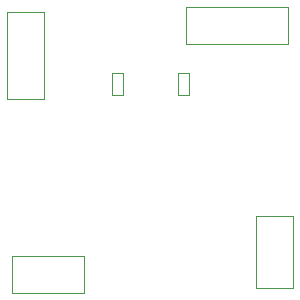
<source format=gbr>
%TF.GenerationSoftware,KiCad,Pcbnew,9.0.5-1.fc42*%
%TF.CreationDate,2025-12-03T02:48:57+01:00*%
%TF.ProjectId,Block-Switch-2H,426c6f63-6b2d-4537-9769-7463682d3248,1*%
%TF.SameCoordinates,Original*%
%TF.FileFunction,Other,User*%
%FSLAX46Y46*%
G04 Gerber Fmt 4.6, Leading zero omitted, Abs format (unit mm)*
G04 Created by KiCad (PCBNEW 9.0.5-1.fc42) date 2025-12-03 02:48:57*
%MOMM*%
%LPD*%
G01*
G04 APERTURE LIST*
%ADD10C,0.050000*%
G04 APERTURE END LIST*
D10*
%TO.C,J4*%
X127385000Y-122655000D02*
X133475000Y-122655000D01*
X127385000Y-125755000D02*
X127385000Y-122655000D01*
X133475000Y-122655000D02*
X133475000Y-125755000D01*
X133475000Y-125755000D02*
X127385000Y-125755000D01*
%TO.C,R2*%
X141377300Y-107174400D02*
X141377300Y-109034400D01*
X141377300Y-109034400D02*
X142317300Y-109034400D01*
X142317300Y-107174400D02*
X141377300Y-107174400D01*
X142317300Y-109034400D02*
X142317300Y-107174400D01*
%TO.C,R1*%
X135812700Y-107174400D02*
X135812700Y-109034400D01*
X135812700Y-109034400D02*
X136752700Y-109034400D01*
X136752700Y-107174400D02*
X135812700Y-107174400D01*
X136752700Y-109034400D02*
X136752700Y-107174400D01*
%TO.C,J2*%
X148055000Y-119255000D02*
X151155000Y-119255000D01*
X148055000Y-125345000D02*
X148055000Y-119255000D01*
X151155000Y-119255000D02*
X151155000Y-125345000D01*
X151155000Y-125345000D02*
X148055000Y-125345000D01*
%TO.C,J1*%
X126975000Y-101985000D02*
X130075000Y-101985000D01*
X126975000Y-109345000D02*
X126975000Y-101985000D01*
X130075000Y-101985000D02*
X130075000Y-109345000D01*
X130075000Y-109345000D02*
X126975000Y-109345000D01*
%TO.C,J3*%
X142115000Y-101575000D02*
X150745000Y-101575000D01*
X142115000Y-104675000D02*
X142115000Y-101575000D01*
X150745000Y-101575000D02*
X150745000Y-104675000D01*
X150745000Y-104675000D02*
X142115000Y-104675000D01*
%TD*%
M02*

</source>
